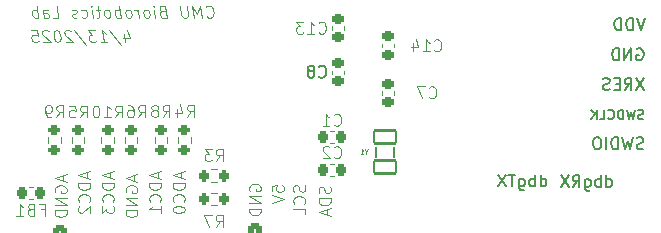
<source format=gbr>
%TF.GenerationSoftware,KiCad,Pcbnew,9.0.1*%
%TF.CreationDate,2025-04-15T21:25:17-04:00*%
%TF.ProjectId,psocpcb,70736f63-7063-4622-9e6b-696361645f70,rev?*%
%TF.SameCoordinates,Original*%
%TF.FileFunction,Legend,Bot*%
%TF.FilePolarity,Positive*%
%FSLAX46Y46*%
G04 Gerber Fmt 4.6, Leading zero omitted, Abs format (unit mm)*
G04 Created by KiCad (PCBNEW 9.0.1) date 2025-04-15 21:25:17*
%MOMM*%
%LPD*%
G01*
G04 APERTURE LIST*
G04 Aperture macros list*
%AMRoundRect*
0 Rectangle with rounded corners*
0 $1 Rounding radius*
0 $2 $3 $4 $5 $6 $7 $8 $9 X,Y pos of 4 corners*
0 Add a 4 corners polygon primitive as box body*
4,1,4,$2,$3,$4,$5,$6,$7,$8,$9,$2,$3,0*
0 Add four circle primitives for the rounded corners*
1,1,$1+$1,$2,$3*
1,1,$1+$1,$4,$5*
1,1,$1+$1,$6,$7*
1,1,$1+$1,$8,$9*
0 Add four rect primitives between the rounded corners*
20,1,$1+$1,$2,$3,$4,$5,0*
20,1,$1+$1,$4,$5,$6,$7,0*
20,1,$1+$1,$6,$7,$8,$9,0*
20,1,$1+$1,$8,$9,$2,$3,0*%
G04 Aperture macros list end*
%ADD10C,0.200000*%
%ADD11C,0.100000*%
%ADD12C,0.125000*%
%ADD13C,0.049361*%
%ADD14C,0.150000*%
%ADD15C,0.120000*%
%ADD16C,0.127000*%
%ADD17RoundRect,0.250000X-0.350000X-0.625000X0.350000X-0.625000X0.350000X0.625000X-0.350000X0.625000X0*%
%ADD18O,1.200000X1.750000*%
%ADD19R,1.700000X1.700000*%
%ADD20C,1.700000*%
%ADD21C,2.750000*%
%ADD22RoundRect,0.102000X-0.754000X-0.754000X0.754000X-0.754000X0.754000X0.754000X-0.754000X0.754000X0*%
%ADD23C,1.712000*%
%ADD24RoundRect,0.200000X-0.275000X0.200000X-0.275000X-0.200000X0.275000X-0.200000X0.275000X0.200000X0*%
%ADD25RoundRect,0.102000X-0.950000X0.550000X-0.950000X-0.550000X0.950000X-0.550000X0.950000X0.550000X0*%
%ADD26RoundRect,0.200000X0.275000X-0.200000X0.275000X0.200000X-0.275000X0.200000X-0.275000X-0.200000X0*%
%ADD27RoundRect,0.225000X-0.250000X0.225000X-0.250000X-0.225000X0.250000X-0.225000X0.250000X0.225000X0*%
%ADD28RoundRect,0.200000X-0.200000X-0.275000X0.200000X-0.275000X0.200000X0.275000X-0.200000X0.275000X0*%
%ADD29RoundRect,0.218750X-0.218750X-0.256250X0.218750X-0.256250X0.218750X0.256250X-0.218750X0.256250X0*%
%ADD30RoundRect,0.225000X0.225000X0.250000X-0.225000X0.250000X-0.225000X-0.250000X0.225000X-0.250000X0*%
%ADD31RoundRect,0.200000X0.200000X0.275000X-0.200000X0.275000X-0.200000X-0.275000X0.200000X-0.275000X0*%
G04 APERTURE END LIST*
D10*
X131806517Y-58289838D02*
X131901755Y-58242219D01*
X131901755Y-58242219D02*
X132044612Y-58242219D01*
X132044612Y-58242219D02*
X132187469Y-58289838D01*
X132187469Y-58289838D02*
X132282707Y-58385076D01*
X132282707Y-58385076D02*
X132330326Y-58480314D01*
X132330326Y-58480314D02*
X132377945Y-58670790D01*
X132377945Y-58670790D02*
X132377945Y-58813647D01*
X132377945Y-58813647D02*
X132330326Y-59004123D01*
X132330326Y-59004123D02*
X132282707Y-59099361D01*
X132282707Y-59099361D02*
X132187469Y-59194600D01*
X132187469Y-59194600D02*
X132044612Y-59242219D01*
X132044612Y-59242219D02*
X131949374Y-59242219D01*
X131949374Y-59242219D02*
X131806517Y-59194600D01*
X131806517Y-59194600D02*
X131758898Y-59146980D01*
X131758898Y-59146980D02*
X131758898Y-58813647D01*
X131758898Y-58813647D02*
X131949374Y-58813647D01*
X131330326Y-59242219D02*
X131330326Y-58242219D01*
X131330326Y-58242219D02*
X130758898Y-59242219D01*
X130758898Y-59242219D02*
X130758898Y-58242219D01*
X130282707Y-59242219D02*
X130282707Y-58242219D01*
X130282707Y-58242219D02*
X130044612Y-58242219D01*
X130044612Y-58242219D02*
X129901755Y-58289838D01*
X129901755Y-58289838D02*
X129806517Y-58385076D01*
X129806517Y-58385076D02*
X129758898Y-58480314D01*
X129758898Y-58480314D02*
X129711279Y-58670790D01*
X129711279Y-58670790D02*
X129711279Y-58813647D01*
X129711279Y-58813647D02*
X129758898Y-59004123D01*
X129758898Y-59004123D02*
X129806517Y-59099361D01*
X129806517Y-59099361D02*
X129901755Y-59194600D01*
X129901755Y-59194600D02*
X130044612Y-59242219D01*
X130044612Y-59242219D02*
X130282707Y-59242219D01*
D11*
X88415163Y-57030752D02*
X88498496Y-57697419D01*
X88605639Y-56649800D02*
X88933020Y-57364085D01*
X88933020Y-57364085D02*
X88313972Y-57364085D01*
X87129449Y-56649800D02*
X88147306Y-57935514D01*
X86403258Y-57697419D02*
X86974687Y-57697419D01*
X86688972Y-57697419D02*
X86563972Y-56697419D01*
X86563972Y-56697419D02*
X86677068Y-56840276D01*
X86677068Y-56840276D02*
X86784211Y-56935514D01*
X86784211Y-56935514D02*
X86885401Y-56983133D01*
X85944925Y-56697419D02*
X85325877Y-56697419D01*
X85325877Y-56697419D02*
X85706830Y-57078371D01*
X85706830Y-57078371D02*
X85563972Y-57078371D01*
X85563972Y-57078371D02*
X85474687Y-57125990D01*
X85474687Y-57125990D02*
X85433020Y-57173609D01*
X85433020Y-57173609D02*
X85397306Y-57268847D01*
X85397306Y-57268847D02*
X85427068Y-57506942D01*
X85427068Y-57506942D02*
X85486591Y-57602180D01*
X85486591Y-57602180D02*
X85540163Y-57649800D01*
X85540163Y-57649800D02*
X85641353Y-57697419D01*
X85641353Y-57697419D02*
X85927068Y-57697419D01*
X85927068Y-57697419D02*
X86016353Y-57649800D01*
X86016353Y-57649800D02*
X86058020Y-57602180D01*
X84177068Y-56649800D02*
X85194925Y-57935514D01*
X83909210Y-56792657D02*
X83855639Y-56745038D01*
X83855639Y-56745038D02*
X83754449Y-56697419D01*
X83754449Y-56697419D02*
X83516353Y-56697419D01*
X83516353Y-56697419D02*
X83427068Y-56745038D01*
X83427068Y-56745038D02*
X83385401Y-56792657D01*
X83385401Y-56792657D02*
X83349687Y-56887895D01*
X83349687Y-56887895D02*
X83361591Y-56983133D01*
X83361591Y-56983133D02*
X83427068Y-57125990D01*
X83427068Y-57125990D02*
X84069925Y-57697419D01*
X84069925Y-57697419D02*
X83450877Y-57697419D01*
X82706829Y-56697419D02*
X82611591Y-56697419D01*
X82611591Y-56697419D02*
X82522306Y-56745038D01*
X82522306Y-56745038D02*
X82480639Y-56792657D01*
X82480639Y-56792657D02*
X82444925Y-56887895D01*
X82444925Y-56887895D02*
X82421115Y-57078371D01*
X82421115Y-57078371D02*
X82450877Y-57316466D01*
X82450877Y-57316466D02*
X82522306Y-57506942D01*
X82522306Y-57506942D02*
X82581829Y-57602180D01*
X82581829Y-57602180D02*
X82635401Y-57649800D01*
X82635401Y-57649800D02*
X82736591Y-57697419D01*
X82736591Y-57697419D02*
X82831829Y-57697419D01*
X82831829Y-57697419D02*
X82921115Y-57649800D01*
X82921115Y-57649800D02*
X82962782Y-57602180D01*
X82962782Y-57602180D02*
X82998496Y-57506942D01*
X82998496Y-57506942D02*
X83022306Y-57316466D01*
X83022306Y-57316466D02*
X82992544Y-57078371D01*
X82992544Y-57078371D02*
X82921115Y-56887895D01*
X82921115Y-56887895D02*
X82861591Y-56792657D01*
X82861591Y-56792657D02*
X82808020Y-56745038D01*
X82808020Y-56745038D02*
X82706829Y-56697419D01*
X82004448Y-56792657D02*
X81950877Y-56745038D01*
X81950877Y-56745038D02*
X81849687Y-56697419D01*
X81849687Y-56697419D02*
X81611591Y-56697419D01*
X81611591Y-56697419D02*
X81522306Y-56745038D01*
X81522306Y-56745038D02*
X81480639Y-56792657D01*
X81480639Y-56792657D02*
X81444925Y-56887895D01*
X81444925Y-56887895D02*
X81456829Y-56983133D01*
X81456829Y-56983133D02*
X81522306Y-57125990D01*
X81522306Y-57125990D02*
X82165163Y-57697419D01*
X82165163Y-57697419D02*
X81546115Y-57697419D01*
X80516353Y-56697419D02*
X80992544Y-56697419D01*
X80992544Y-56697419D02*
X81099687Y-57173609D01*
X81099687Y-57173609D02*
X81046115Y-57125990D01*
X81046115Y-57125990D02*
X80944925Y-57078371D01*
X80944925Y-57078371D02*
X80706829Y-57078371D01*
X80706829Y-57078371D02*
X80617544Y-57125990D01*
X80617544Y-57125990D02*
X80575877Y-57173609D01*
X80575877Y-57173609D02*
X80540163Y-57268847D01*
X80540163Y-57268847D02*
X80569925Y-57506942D01*
X80569925Y-57506942D02*
X80629448Y-57602180D01*
X80629448Y-57602180D02*
X80683020Y-57649800D01*
X80683020Y-57649800D02*
X80784210Y-57697419D01*
X80784210Y-57697419D02*
X81022306Y-57697419D01*
X81022306Y-57697419D02*
X81111591Y-57649800D01*
X81111591Y-57649800D02*
X81153258Y-57602180D01*
X95393734Y-55527180D02*
X95447306Y-55574800D01*
X95447306Y-55574800D02*
X95596115Y-55622419D01*
X95596115Y-55622419D02*
X95691353Y-55622419D01*
X95691353Y-55622419D02*
X95828258Y-55574800D01*
X95828258Y-55574800D02*
X95911591Y-55479561D01*
X95911591Y-55479561D02*
X95947306Y-55384323D01*
X95947306Y-55384323D02*
X95971115Y-55193847D01*
X95971115Y-55193847D02*
X95953258Y-55050990D01*
X95953258Y-55050990D02*
X95881830Y-54860514D01*
X95881830Y-54860514D02*
X95822306Y-54765276D01*
X95822306Y-54765276D02*
X95715163Y-54670038D01*
X95715163Y-54670038D02*
X95566353Y-54622419D01*
X95566353Y-54622419D02*
X95471115Y-54622419D01*
X95471115Y-54622419D02*
X95334211Y-54670038D01*
X95334211Y-54670038D02*
X95292544Y-54717657D01*
X94977068Y-55622419D02*
X94852068Y-54622419D01*
X94852068Y-54622419D02*
X94608020Y-55336704D01*
X94608020Y-55336704D02*
X94185401Y-54622419D01*
X94185401Y-54622419D02*
X94310401Y-55622419D01*
X93709211Y-54622419D02*
X93810401Y-55431942D01*
X93810401Y-55431942D02*
X93774687Y-55527180D01*
X93774687Y-55527180D02*
X93733020Y-55574800D01*
X93733020Y-55574800D02*
X93643734Y-55622419D01*
X93643734Y-55622419D02*
X93453258Y-55622419D01*
X93453258Y-55622419D02*
X93352068Y-55574800D01*
X93352068Y-55574800D02*
X93298496Y-55527180D01*
X93298496Y-55527180D02*
X93238973Y-55431942D01*
X93238973Y-55431942D02*
X93137782Y-54622419D01*
X91625877Y-55098609D02*
X91488972Y-55146228D01*
X91488972Y-55146228D02*
X91447306Y-55193847D01*
X91447306Y-55193847D02*
X91411591Y-55289085D01*
X91411591Y-55289085D02*
X91429449Y-55431942D01*
X91429449Y-55431942D02*
X91488972Y-55527180D01*
X91488972Y-55527180D02*
X91542544Y-55574800D01*
X91542544Y-55574800D02*
X91643734Y-55622419D01*
X91643734Y-55622419D02*
X92024687Y-55622419D01*
X92024687Y-55622419D02*
X91899687Y-54622419D01*
X91899687Y-54622419D02*
X91566353Y-54622419D01*
X91566353Y-54622419D02*
X91477068Y-54670038D01*
X91477068Y-54670038D02*
X91435401Y-54717657D01*
X91435401Y-54717657D02*
X91399687Y-54812895D01*
X91399687Y-54812895D02*
X91411591Y-54908133D01*
X91411591Y-54908133D02*
X91471115Y-55003371D01*
X91471115Y-55003371D02*
X91524687Y-55050990D01*
X91524687Y-55050990D02*
X91625877Y-55098609D01*
X91625877Y-55098609D02*
X91959210Y-55098609D01*
X91024687Y-55622419D02*
X90941353Y-54955752D01*
X90899687Y-54622419D02*
X90953258Y-54670038D01*
X90953258Y-54670038D02*
X90911591Y-54717657D01*
X90911591Y-54717657D02*
X90858020Y-54670038D01*
X90858020Y-54670038D02*
X90899687Y-54622419D01*
X90899687Y-54622419D02*
X90911591Y-54717657D01*
X90405640Y-55622419D02*
X90494925Y-55574800D01*
X90494925Y-55574800D02*
X90536592Y-55527180D01*
X90536592Y-55527180D02*
X90572306Y-55431942D01*
X90572306Y-55431942D02*
X90536592Y-55146228D01*
X90536592Y-55146228D02*
X90477068Y-55050990D01*
X90477068Y-55050990D02*
X90423497Y-55003371D01*
X90423497Y-55003371D02*
X90322306Y-54955752D01*
X90322306Y-54955752D02*
X90179449Y-54955752D01*
X90179449Y-54955752D02*
X90090163Y-55003371D01*
X90090163Y-55003371D02*
X90048497Y-55050990D01*
X90048497Y-55050990D02*
X90012782Y-55146228D01*
X90012782Y-55146228D02*
X90048497Y-55431942D01*
X90048497Y-55431942D02*
X90108020Y-55527180D01*
X90108020Y-55527180D02*
X90161592Y-55574800D01*
X90161592Y-55574800D02*
X90262782Y-55622419D01*
X90262782Y-55622419D02*
X90405640Y-55622419D01*
X89643735Y-55622419D02*
X89560401Y-54955752D01*
X89584211Y-55146228D02*
X89524687Y-55050990D01*
X89524687Y-55050990D02*
X89471116Y-55003371D01*
X89471116Y-55003371D02*
X89369925Y-54955752D01*
X89369925Y-54955752D02*
X89274687Y-54955752D01*
X88881830Y-55622419D02*
X88971115Y-55574800D01*
X88971115Y-55574800D02*
X89012782Y-55527180D01*
X89012782Y-55527180D02*
X89048496Y-55431942D01*
X89048496Y-55431942D02*
X89012782Y-55146228D01*
X89012782Y-55146228D02*
X88953258Y-55050990D01*
X88953258Y-55050990D02*
X88899687Y-55003371D01*
X88899687Y-55003371D02*
X88798496Y-54955752D01*
X88798496Y-54955752D02*
X88655639Y-54955752D01*
X88655639Y-54955752D02*
X88566353Y-55003371D01*
X88566353Y-55003371D02*
X88524687Y-55050990D01*
X88524687Y-55050990D02*
X88488972Y-55146228D01*
X88488972Y-55146228D02*
X88524687Y-55431942D01*
X88524687Y-55431942D02*
X88584210Y-55527180D01*
X88584210Y-55527180D02*
X88637782Y-55574800D01*
X88637782Y-55574800D02*
X88738972Y-55622419D01*
X88738972Y-55622419D02*
X88881830Y-55622419D01*
X88119925Y-55622419D02*
X87994925Y-54622419D01*
X88042544Y-55003371D02*
X87941353Y-54955752D01*
X87941353Y-54955752D02*
X87750877Y-54955752D01*
X87750877Y-54955752D02*
X87661591Y-55003371D01*
X87661591Y-55003371D02*
X87619925Y-55050990D01*
X87619925Y-55050990D02*
X87584210Y-55146228D01*
X87584210Y-55146228D02*
X87619925Y-55431942D01*
X87619925Y-55431942D02*
X87679448Y-55527180D01*
X87679448Y-55527180D02*
X87733020Y-55574800D01*
X87733020Y-55574800D02*
X87834210Y-55622419D01*
X87834210Y-55622419D02*
X88024687Y-55622419D01*
X88024687Y-55622419D02*
X88113972Y-55574800D01*
X87072306Y-55622419D02*
X87161591Y-55574800D01*
X87161591Y-55574800D02*
X87203258Y-55527180D01*
X87203258Y-55527180D02*
X87238972Y-55431942D01*
X87238972Y-55431942D02*
X87203258Y-55146228D01*
X87203258Y-55146228D02*
X87143734Y-55050990D01*
X87143734Y-55050990D02*
X87090163Y-55003371D01*
X87090163Y-55003371D02*
X86988972Y-54955752D01*
X86988972Y-54955752D02*
X86846115Y-54955752D01*
X86846115Y-54955752D02*
X86756829Y-55003371D01*
X86756829Y-55003371D02*
X86715163Y-55050990D01*
X86715163Y-55050990D02*
X86679448Y-55146228D01*
X86679448Y-55146228D02*
X86715163Y-55431942D01*
X86715163Y-55431942D02*
X86774686Y-55527180D01*
X86774686Y-55527180D02*
X86828258Y-55574800D01*
X86828258Y-55574800D02*
X86929448Y-55622419D01*
X86929448Y-55622419D02*
X87072306Y-55622419D01*
X86369924Y-54955752D02*
X85988972Y-54955752D01*
X86185401Y-54622419D02*
X86292544Y-55479561D01*
X86292544Y-55479561D02*
X86256829Y-55574800D01*
X86256829Y-55574800D02*
X86167544Y-55622419D01*
X86167544Y-55622419D02*
X86072305Y-55622419D01*
X85738972Y-55622419D02*
X85655638Y-54955752D01*
X85613972Y-54622419D02*
X85667543Y-54670038D01*
X85667543Y-54670038D02*
X85625876Y-54717657D01*
X85625876Y-54717657D02*
X85572305Y-54670038D01*
X85572305Y-54670038D02*
X85613972Y-54622419D01*
X85613972Y-54622419D02*
X85625876Y-54717657D01*
X84828258Y-55574800D02*
X84929448Y-55622419D01*
X84929448Y-55622419D02*
X85119925Y-55622419D01*
X85119925Y-55622419D02*
X85209210Y-55574800D01*
X85209210Y-55574800D02*
X85250877Y-55527180D01*
X85250877Y-55527180D02*
X85286591Y-55431942D01*
X85286591Y-55431942D02*
X85250877Y-55146228D01*
X85250877Y-55146228D02*
X85191353Y-55050990D01*
X85191353Y-55050990D02*
X85137782Y-55003371D01*
X85137782Y-55003371D02*
X85036591Y-54955752D01*
X85036591Y-54955752D02*
X84846115Y-54955752D01*
X84846115Y-54955752D02*
X84756829Y-55003371D01*
X84447305Y-55574800D02*
X84358020Y-55622419D01*
X84358020Y-55622419D02*
X84167543Y-55622419D01*
X84167543Y-55622419D02*
X84066353Y-55574800D01*
X84066353Y-55574800D02*
X84006829Y-55479561D01*
X84006829Y-55479561D02*
X84000877Y-55431942D01*
X84000877Y-55431942D02*
X84036591Y-55336704D01*
X84036591Y-55336704D02*
X84125877Y-55289085D01*
X84125877Y-55289085D02*
X84268734Y-55289085D01*
X84268734Y-55289085D02*
X84358020Y-55241466D01*
X84358020Y-55241466D02*
X84393734Y-55146228D01*
X84393734Y-55146228D02*
X84387782Y-55098609D01*
X84387782Y-55098609D02*
X84328258Y-55003371D01*
X84328258Y-55003371D02*
X84227067Y-54955752D01*
X84227067Y-54955752D02*
X84084210Y-54955752D01*
X84084210Y-54955752D02*
X83994924Y-55003371D01*
X82358019Y-55622419D02*
X82834210Y-55622419D01*
X82834210Y-55622419D02*
X82709210Y-54622419D01*
X81596114Y-55622419D02*
X81530638Y-55098609D01*
X81530638Y-55098609D02*
X81566352Y-55003371D01*
X81566352Y-55003371D02*
X81655638Y-54955752D01*
X81655638Y-54955752D02*
X81846114Y-54955752D01*
X81846114Y-54955752D02*
X81947305Y-55003371D01*
X81590162Y-55574800D02*
X81691352Y-55622419D01*
X81691352Y-55622419D02*
X81929448Y-55622419D01*
X81929448Y-55622419D02*
X82018733Y-55574800D01*
X82018733Y-55574800D02*
X82054448Y-55479561D01*
X82054448Y-55479561D02*
X82042543Y-55384323D01*
X82042543Y-55384323D02*
X81983019Y-55289085D01*
X81983019Y-55289085D02*
X81881829Y-55241466D01*
X81881829Y-55241466D02*
X81643733Y-55241466D01*
X81643733Y-55241466D02*
X81542543Y-55193847D01*
X81119924Y-55622419D02*
X80994924Y-54622419D01*
X81042543Y-55003371D02*
X80941352Y-54955752D01*
X80941352Y-54955752D02*
X80750876Y-54955752D01*
X80750876Y-54955752D02*
X80661590Y-55003371D01*
X80661590Y-55003371D02*
X80619924Y-55050990D01*
X80619924Y-55050990D02*
X80584209Y-55146228D01*
X80584209Y-55146228D02*
X80619924Y-55431942D01*
X80619924Y-55431942D02*
X80679447Y-55527180D01*
X80679447Y-55527180D02*
X80733019Y-55574800D01*
X80733019Y-55574800D02*
X80834209Y-55622419D01*
X80834209Y-55622419D02*
X81024686Y-55622419D01*
X81024686Y-55622419D02*
X81113971Y-55574800D01*
X83236704Y-68981265D02*
X83236704Y-69457455D01*
X83522419Y-68886027D02*
X82522419Y-69219360D01*
X82522419Y-69219360D02*
X83522419Y-69552693D01*
X82570038Y-70409836D02*
X82522419Y-70314598D01*
X82522419Y-70314598D02*
X82522419Y-70171741D01*
X82522419Y-70171741D02*
X82570038Y-70028884D01*
X82570038Y-70028884D02*
X82665276Y-69933646D01*
X82665276Y-69933646D02*
X82760514Y-69886027D01*
X82760514Y-69886027D02*
X82950990Y-69838408D01*
X82950990Y-69838408D02*
X83093847Y-69838408D01*
X83093847Y-69838408D02*
X83284323Y-69886027D01*
X83284323Y-69886027D02*
X83379561Y-69933646D01*
X83379561Y-69933646D02*
X83474800Y-70028884D01*
X83474800Y-70028884D02*
X83522419Y-70171741D01*
X83522419Y-70171741D02*
X83522419Y-70266979D01*
X83522419Y-70266979D02*
X83474800Y-70409836D01*
X83474800Y-70409836D02*
X83427180Y-70457455D01*
X83427180Y-70457455D02*
X83093847Y-70457455D01*
X83093847Y-70457455D02*
X83093847Y-70266979D01*
X83522419Y-70886027D02*
X82522419Y-70886027D01*
X82522419Y-70886027D02*
X83522419Y-71457455D01*
X83522419Y-71457455D02*
X82522419Y-71457455D01*
X83522419Y-71933646D02*
X82522419Y-71933646D01*
X82522419Y-71933646D02*
X82522419Y-72171741D01*
X82522419Y-72171741D02*
X82570038Y-72314598D01*
X82570038Y-72314598D02*
X82665276Y-72409836D01*
X82665276Y-72409836D02*
X82760514Y-72457455D01*
X82760514Y-72457455D02*
X82950990Y-72505074D01*
X82950990Y-72505074D02*
X83093847Y-72505074D01*
X83093847Y-72505074D02*
X83284323Y-72457455D01*
X83284323Y-72457455D02*
X83379561Y-72409836D01*
X83379561Y-72409836D02*
X83474800Y-72314598D01*
X83474800Y-72314598D02*
X83522419Y-72171741D01*
X83522419Y-72171741D02*
X83522419Y-71933646D01*
D10*
X132400564Y-60742219D02*
X131733898Y-61742219D01*
X131733898Y-60742219D02*
X132400564Y-61742219D01*
X130781517Y-61742219D02*
X131114850Y-61266028D01*
X131352945Y-61742219D02*
X131352945Y-60742219D01*
X131352945Y-60742219D02*
X130971993Y-60742219D01*
X130971993Y-60742219D02*
X130876755Y-60789838D01*
X130876755Y-60789838D02*
X130829136Y-60837457D01*
X130829136Y-60837457D02*
X130781517Y-60932695D01*
X130781517Y-60932695D02*
X130781517Y-61075552D01*
X130781517Y-61075552D02*
X130829136Y-61170790D01*
X130829136Y-61170790D02*
X130876755Y-61218409D01*
X130876755Y-61218409D02*
X130971993Y-61266028D01*
X130971993Y-61266028D02*
X131352945Y-61266028D01*
X130352945Y-61218409D02*
X130019612Y-61218409D01*
X129876755Y-61742219D02*
X130352945Y-61742219D01*
X130352945Y-61742219D02*
X130352945Y-60742219D01*
X130352945Y-60742219D02*
X129876755Y-60742219D01*
X129495802Y-61694600D02*
X129352945Y-61742219D01*
X129352945Y-61742219D02*
X129114850Y-61742219D01*
X129114850Y-61742219D02*
X129019612Y-61694600D01*
X129019612Y-61694600D02*
X128971993Y-61646980D01*
X128971993Y-61646980D02*
X128924374Y-61551742D01*
X128924374Y-61551742D02*
X128924374Y-61456504D01*
X128924374Y-61456504D02*
X128971993Y-61361266D01*
X128971993Y-61361266D02*
X129019612Y-61313647D01*
X129019612Y-61313647D02*
X129114850Y-61266028D01*
X129114850Y-61266028D02*
X129305326Y-61218409D01*
X129305326Y-61218409D02*
X129400564Y-61170790D01*
X129400564Y-61170790D02*
X129448183Y-61123171D01*
X129448183Y-61123171D02*
X129495802Y-61027933D01*
X129495802Y-61027933D02*
X129495802Y-60932695D01*
X129495802Y-60932695D02*
X129448183Y-60837457D01*
X129448183Y-60837457D02*
X129400564Y-60789838D01*
X129400564Y-60789838D02*
X129305326Y-60742219D01*
X129305326Y-60742219D02*
X129067231Y-60742219D01*
X129067231Y-60742219D02*
X128924374Y-60789838D01*
D11*
X103674800Y-69806265D02*
X103722419Y-69949122D01*
X103722419Y-69949122D02*
X103722419Y-70187217D01*
X103722419Y-70187217D02*
X103674800Y-70282455D01*
X103674800Y-70282455D02*
X103627180Y-70330074D01*
X103627180Y-70330074D02*
X103531942Y-70377693D01*
X103531942Y-70377693D02*
X103436704Y-70377693D01*
X103436704Y-70377693D02*
X103341466Y-70330074D01*
X103341466Y-70330074D02*
X103293847Y-70282455D01*
X103293847Y-70282455D02*
X103246228Y-70187217D01*
X103246228Y-70187217D02*
X103198609Y-69996741D01*
X103198609Y-69996741D02*
X103150990Y-69901503D01*
X103150990Y-69901503D02*
X103103371Y-69853884D01*
X103103371Y-69853884D02*
X103008133Y-69806265D01*
X103008133Y-69806265D02*
X102912895Y-69806265D01*
X102912895Y-69806265D02*
X102817657Y-69853884D01*
X102817657Y-69853884D02*
X102770038Y-69901503D01*
X102770038Y-69901503D02*
X102722419Y-69996741D01*
X102722419Y-69996741D02*
X102722419Y-70234836D01*
X102722419Y-70234836D02*
X102770038Y-70377693D01*
X103627180Y-71377693D02*
X103674800Y-71330074D01*
X103674800Y-71330074D02*
X103722419Y-71187217D01*
X103722419Y-71187217D02*
X103722419Y-71091979D01*
X103722419Y-71091979D02*
X103674800Y-70949122D01*
X103674800Y-70949122D02*
X103579561Y-70853884D01*
X103579561Y-70853884D02*
X103484323Y-70806265D01*
X103484323Y-70806265D02*
X103293847Y-70758646D01*
X103293847Y-70758646D02*
X103150990Y-70758646D01*
X103150990Y-70758646D02*
X102960514Y-70806265D01*
X102960514Y-70806265D02*
X102865276Y-70853884D01*
X102865276Y-70853884D02*
X102770038Y-70949122D01*
X102770038Y-70949122D02*
X102722419Y-71091979D01*
X102722419Y-71091979D02*
X102722419Y-71187217D01*
X102722419Y-71187217D02*
X102770038Y-71330074D01*
X102770038Y-71330074D02*
X102817657Y-71377693D01*
X103722419Y-72282455D02*
X103722419Y-71806265D01*
X103722419Y-71806265D02*
X102722419Y-71806265D01*
D10*
X129226755Y-69967219D02*
X129226755Y-68967219D01*
X129226755Y-69919600D02*
X129321993Y-69967219D01*
X129321993Y-69967219D02*
X129512469Y-69967219D01*
X129512469Y-69967219D02*
X129607707Y-69919600D01*
X129607707Y-69919600D02*
X129655326Y-69871980D01*
X129655326Y-69871980D02*
X129702945Y-69776742D01*
X129702945Y-69776742D02*
X129702945Y-69491028D01*
X129702945Y-69491028D02*
X129655326Y-69395790D01*
X129655326Y-69395790D02*
X129607707Y-69348171D01*
X129607707Y-69348171D02*
X129512469Y-69300552D01*
X129512469Y-69300552D02*
X129321993Y-69300552D01*
X129321993Y-69300552D02*
X129226755Y-69348171D01*
X128750564Y-69967219D02*
X128750564Y-68967219D01*
X128750564Y-69348171D02*
X128655326Y-69300552D01*
X128655326Y-69300552D02*
X128464850Y-69300552D01*
X128464850Y-69300552D02*
X128369612Y-69348171D01*
X128369612Y-69348171D02*
X128321993Y-69395790D01*
X128321993Y-69395790D02*
X128274374Y-69491028D01*
X128274374Y-69491028D02*
X128274374Y-69776742D01*
X128274374Y-69776742D02*
X128321993Y-69871980D01*
X128321993Y-69871980D02*
X128369612Y-69919600D01*
X128369612Y-69919600D02*
X128464850Y-69967219D01*
X128464850Y-69967219D02*
X128655326Y-69967219D01*
X128655326Y-69967219D02*
X128750564Y-69919600D01*
X127417231Y-69300552D02*
X127417231Y-70110076D01*
X127417231Y-70110076D02*
X127464850Y-70205314D01*
X127464850Y-70205314D02*
X127512469Y-70252933D01*
X127512469Y-70252933D02*
X127607707Y-70300552D01*
X127607707Y-70300552D02*
X127750564Y-70300552D01*
X127750564Y-70300552D02*
X127845802Y-70252933D01*
X127417231Y-69919600D02*
X127512469Y-69967219D01*
X127512469Y-69967219D02*
X127702945Y-69967219D01*
X127702945Y-69967219D02*
X127798183Y-69919600D01*
X127798183Y-69919600D02*
X127845802Y-69871980D01*
X127845802Y-69871980D02*
X127893421Y-69776742D01*
X127893421Y-69776742D02*
X127893421Y-69491028D01*
X127893421Y-69491028D02*
X127845802Y-69395790D01*
X127845802Y-69395790D02*
X127798183Y-69348171D01*
X127798183Y-69348171D02*
X127702945Y-69300552D01*
X127702945Y-69300552D02*
X127512469Y-69300552D01*
X127512469Y-69300552D02*
X127417231Y-69348171D01*
X126369612Y-69967219D02*
X126702945Y-69491028D01*
X126941040Y-69967219D02*
X126941040Y-68967219D01*
X126941040Y-68967219D02*
X126560088Y-68967219D01*
X126560088Y-68967219D02*
X126464850Y-69014838D01*
X126464850Y-69014838D02*
X126417231Y-69062457D01*
X126417231Y-69062457D02*
X126369612Y-69157695D01*
X126369612Y-69157695D02*
X126369612Y-69300552D01*
X126369612Y-69300552D02*
X126417231Y-69395790D01*
X126417231Y-69395790D02*
X126464850Y-69443409D01*
X126464850Y-69443409D02*
X126560088Y-69491028D01*
X126560088Y-69491028D02*
X126941040Y-69491028D01*
X126036278Y-68967219D02*
X125369612Y-69967219D01*
X125369612Y-68967219D02*
X126036278Y-69967219D01*
D11*
X99020038Y-70277693D02*
X98972419Y-70182455D01*
X98972419Y-70182455D02*
X98972419Y-70039598D01*
X98972419Y-70039598D02*
X99020038Y-69896741D01*
X99020038Y-69896741D02*
X99115276Y-69801503D01*
X99115276Y-69801503D02*
X99210514Y-69753884D01*
X99210514Y-69753884D02*
X99400990Y-69706265D01*
X99400990Y-69706265D02*
X99543847Y-69706265D01*
X99543847Y-69706265D02*
X99734323Y-69753884D01*
X99734323Y-69753884D02*
X99829561Y-69801503D01*
X99829561Y-69801503D02*
X99924800Y-69896741D01*
X99924800Y-69896741D02*
X99972419Y-70039598D01*
X99972419Y-70039598D02*
X99972419Y-70134836D01*
X99972419Y-70134836D02*
X99924800Y-70277693D01*
X99924800Y-70277693D02*
X99877180Y-70325312D01*
X99877180Y-70325312D02*
X99543847Y-70325312D01*
X99543847Y-70325312D02*
X99543847Y-70134836D01*
X99972419Y-70753884D02*
X98972419Y-70753884D01*
X98972419Y-70753884D02*
X99972419Y-71325312D01*
X99972419Y-71325312D02*
X98972419Y-71325312D01*
X99972419Y-71801503D02*
X98972419Y-71801503D01*
X98972419Y-71801503D02*
X98972419Y-72039598D01*
X98972419Y-72039598D02*
X99020038Y-72182455D01*
X99020038Y-72182455D02*
X99115276Y-72277693D01*
X99115276Y-72277693D02*
X99210514Y-72325312D01*
X99210514Y-72325312D02*
X99400990Y-72372931D01*
X99400990Y-72372931D02*
X99543847Y-72372931D01*
X99543847Y-72372931D02*
X99734323Y-72325312D01*
X99734323Y-72325312D02*
X99829561Y-72277693D01*
X99829561Y-72277693D02*
X99924800Y-72182455D01*
X99924800Y-72182455D02*
X99972419Y-72039598D01*
X99972419Y-72039598D02*
X99972419Y-71801503D01*
D10*
X132352945Y-66719600D02*
X132210088Y-66767219D01*
X132210088Y-66767219D02*
X131971993Y-66767219D01*
X131971993Y-66767219D02*
X131876755Y-66719600D01*
X131876755Y-66719600D02*
X131829136Y-66671980D01*
X131829136Y-66671980D02*
X131781517Y-66576742D01*
X131781517Y-66576742D02*
X131781517Y-66481504D01*
X131781517Y-66481504D02*
X131829136Y-66386266D01*
X131829136Y-66386266D02*
X131876755Y-66338647D01*
X131876755Y-66338647D02*
X131971993Y-66291028D01*
X131971993Y-66291028D02*
X132162469Y-66243409D01*
X132162469Y-66243409D02*
X132257707Y-66195790D01*
X132257707Y-66195790D02*
X132305326Y-66148171D01*
X132305326Y-66148171D02*
X132352945Y-66052933D01*
X132352945Y-66052933D02*
X132352945Y-65957695D01*
X132352945Y-65957695D02*
X132305326Y-65862457D01*
X132305326Y-65862457D02*
X132257707Y-65814838D01*
X132257707Y-65814838D02*
X132162469Y-65767219D01*
X132162469Y-65767219D02*
X131924374Y-65767219D01*
X131924374Y-65767219D02*
X131781517Y-65814838D01*
X131448183Y-65767219D02*
X131210088Y-66767219D01*
X131210088Y-66767219D02*
X131019612Y-66052933D01*
X131019612Y-66052933D02*
X130829136Y-66767219D01*
X130829136Y-66767219D02*
X130591041Y-65767219D01*
X130210088Y-66767219D02*
X130210088Y-65767219D01*
X130210088Y-65767219D02*
X129971993Y-65767219D01*
X129971993Y-65767219D02*
X129829136Y-65814838D01*
X129829136Y-65814838D02*
X129733898Y-65910076D01*
X129733898Y-65910076D02*
X129686279Y-66005314D01*
X129686279Y-66005314D02*
X129638660Y-66195790D01*
X129638660Y-66195790D02*
X129638660Y-66338647D01*
X129638660Y-66338647D02*
X129686279Y-66529123D01*
X129686279Y-66529123D02*
X129733898Y-66624361D01*
X129733898Y-66624361D02*
X129829136Y-66719600D01*
X129829136Y-66719600D02*
X129971993Y-66767219D01*
X129971993Y-66767219D02*
X130210088Y-66767219D01*
X129210088Y-66767219D02*
X129210088Y-65767219D01*
X128543422Y-65767219D02*
X128352946Y-65767219D01*
X128352946Y-65767219D02*
X128257708Y-65814838D01*
X128257708Y-65814838D02*
X128162470Y-65910076D01*
X128162470Y-65910076D02*
X128114851Y-66100552D01*
X128114851Y-66100552D02*
X128114851Y-66433885D01*
X128114851Y-66433885D02*
X128162470Y-66624361D01*
X128162470Y-66624361D02*
X128257708Y-66719600D01*
X128257708Y-66719600D02*
X128352946Y-66767219D01*
X128352946Y-66767219D02*
X128543422Y-66767219D01*
X128543422Y-66767219D02*
X128638660Y-66719600D01*
X128638660Y-66719600D02*
X128733898Y-66624361D01*
X128733898Y-66624361D02*
X128781517Y-66433885D01*
X128781517Y-66433885D02*
X128781517Y-66100552D01*
X128781517Y-66100552D02*
X128733898Y-65910076D01*
X128733898Y-65910076D02*
X128638660Y-65814838D01*
X128638660Y-65814838D02*
X128543422Y-65767219D01*
D11*
X91236704Y-68731265D02*
X91236704Y-69207455D01*
X91522419Y-68636027D02*
X90522419Y-68969360D01*
X90522419Y-68969360D02*
X91522419Y-69302693D01*
X91522419Y-69636027D02*
X90522419Y-69636027D01*
X90522419Y-69636027D02*
X90522419Y-69874122D01*
X90522419Y-69874122D02*
X90570038Y-70016979D01*
X90570038Y-70016979D02*
X90665276Y-70112217D01*
X90665276Y-70112217D02*
X90760514Y-70159836D01*
X90760514Y-70159836D02*
X90950990Y-70207455D01*
X90950990Y-70207455D02*
X91093847Y-70207455D01*
X91093847Y-70207455D02*
X91284323Y-70159836D01*
X91284323Y-70159836D02*
X91379561Y-70112217D01*
X91379561Y-70112217D02*
X91474800Y-70016979D01*
X91474800Y-70016979D02*
X91522419Y-69874122D01*
X91522419Y-69874122D02*
X91522419Y-69636027D01*
X91427180Y-71207455D02*
X91474800Y-71159836D01*
X91474800Y-71159836D02*
X91522419Y-71016979D01*
X91522419Y-71016979D02*
X91522419Y-70921741D01*
X91522419Y-70921741D02*
X91474800Y-70778884D01*
X91474800Y-70778884D02*
X91379561Y-70683646D01*
X91379561Y-70683646D02*
X91284323Y-70636027D01*
X91284323Y-70636027D02*
X91093847Y-70588408D01*
X91093847Y-70588408D02*
X90950990Y-70588408D01*
X90950990Y-70588408D02*
X90760514Y-70636027D01*
X90760514Y-70636027D02*
X90665276Y-70683646D01*
X90665276Y-70683646D02*
X90570038Y-70778884D01*
X90570038Y-70778884D02*
X90522419Y-70921741D01*
X90522419Y-70921741D02*
X90522419Y-71016979D01*
X90522419Y-71016979D02*
X90570038Y-71159836D01*
X90570038Y-71159836D02*
X90617657Y-71207455D01*
X91522419Y-72159836D02*
X91522419Y-71588408D01*
X91522419Y-71874122D02*
X90522419Y-71874122D01*
X90522419Y-71874122D02*
X90665276Y-71778884D01*
X90665276Y-71778884D02*
X90760514Y-71683646D01*
X90760514Y-71683646D02*
X90808133Y-71588408D01*
X105824800Y-69931265D02*
X105872419Y-70074122D01*
X105872419Y-70074122D02*
X105872419Y-70312217D01*
X105872419Y-70312217D02*
X105824800Y-70407455D01*
X105824800Y-70407455D02*
X105777180Y-70455074D01*
X105777180Y-70455074D02*
X105681942Y-70502693D01*
X105681942Y-70502693D02*
X105586704Y-70502693D01*
X105586704Y-70502693D02*
X105491466Y-70455074D01*
X105491466Y-70455074D02*
X105443847Y-70407455D01*
X105443847Y-70407455D02*
X105396228Y-70312217D01*
X105396228Y-70312217D02*
X105348609Y-70121741D01*
X105348609Y-70121741D02*
X105300990Y-70026503D01*
X105300990Y-70026503D02*
X105253371Y-69978884D01*
X105253371Y-69978884D02*
X105158133Y-69931265D01*
X105158133Y-69931265D02*
X105062895Y-69931265D01*
X105062895Y-69931265D02*
X104967657Y-69978884D01*
X104967657Y-69978884D02*
X104920038Y-70026503D01*
X104920038Y-70026503D02*
X104872419Y-70121741D01*
X104872419Y-70121741D02*
X104872419Y-70359836D01*
X104872419Y-70359836D02*
X104920038Y-70502693D01*
X105872419Y-70931265D02*
X104872419Y-70931265D01*
X104872419Y-70931265D02*
X104872419Y-71169360D01*
X104872419Y-71169360D02*
X104920038Y-71312217D01*
X104920038Y-71312217D02*
X105015276Y-71407455D01*
X105015276Y-71407455D02*
X105110514Y-71455074D01*
X105110514Y-71455074D02*
X105300990Y-71502693D01*
X105300990Y-71502693D02*
X105443847Y-71502693D01*
X105443847Y-71502693D02*
X105634323Y-71455074D01*
X105634323Y-71455074D02*
X105729561Y-71407455D01*
X105729561Y-71407455D02*
X105824800Y-71312217D01*
X105824800Y-71312217D02*
X105872419Y-71169360D01*
X105872419Y-71169360D02*
X105872419Y-70931265D01*
X105586704Y-71883646D02*
X105586704Y-72359836D01*
X105872419Y-71788408D02*
X104872419Y-72121741D01*
X104872419Y-72121741D02*
X105872419Y-72455074D01*
X85236704Y-68731265D02*
X85236704Y-69207455D01*
X85522419Y-68636027D02*
X84522419Y-68969360D01*
X84522419Y-68969360D02*
X85522419Y-69302693D01*
X85522419Y-69636027D02*
X84522419Y-69636027D01*
X84522419Y-69636027D02*
X84522419Y-69874122D01*
X84522419Y-69874122D02*
X84570038Y-70016979D01*
X84570038Y-70016979D02*
X84665276Y-70112217D01*
X84665276Y-70112217D02*
X84760514Y-70159836D01*
X84760514Y-70159836D02*
X84950990Y-70207455D01*
X84950990Y-70207455D02*
X85093847Y-70207455D01*
X85093847Y-70207455D02*
X85284323Y-70159836D01*
X85284323Y-70159836D02*
X85379561Y-70112217D01*
X85379561Y-70112217D02*
X85474800Y-70016979D01*
X85474800Y-70016979D02*
X85522419Y-69874122D01*
X85522419Y-69874122D02*
X85522419Y-69636027D01*
X85427180Y-71207455D02*
X85474800Y-71159836D01*
X85474800Y-71159836D02*
X85522419Y-71016979D01*
X85522419Y-71016979D02*
X85522419Y-70921741D01*
X85522419Y-70921741D02*
X85474800Y-70778884D01*
X85474800Y-70778884D02*
X85379561Y-70683646D01*
X85379561Y-70683646D02*
X85284323Y-70636027D01*
X85284323Y-70636027D02*
X85093847Y-70588408D01*
X85093847Y-70588408D02*
X84950990Y-70588408D01*
X84950990Y-70588408D02*
X84760514Y-70636027D01*
X84760514Y-70636027D02*
X84665276Y-70683646D01*
X84665276Y-70683646D02*
X84570038Y-70778884D01*
X84570038Y-70778884D02*
X84522419Y-70921741D01*
X84522419Y-70921741D02*
X84522419Y-71016979D01*
X84522419Y-71016979D02*
X84570038Y-71159836D01*
X84570038Y-71159836D02*
X84617657Y-71207455D01*
X84617657Y-71588408D02*
X84570038Y-71636027D01*
X84570038Y-71636027D02*
X84522419Y-71731265D01*
X84522419Y-71731265D02*
X84522419Y-71969360D01*
X84522419Y-71969360D02*
X84570038Y-72064598D01*
X84570038Y-72064598D02*
X84617657Y-72112217D01*
X84617657Y-72112217D02*
X84712895Y-72159836D01*
X84712895Y-72159836D02*
X84808133Y-72159836D01*
X84808133Y-72159836D02*
X84950990Y-72112217D01*
X84950990Y-72112217D02*
X85522419Y-71540789D01*
X85522419Y-71540789D02*
X85522419Y-72159836D01*
X93236704Y-68731265D02*
X93236704Y-69207455D01*
X93522419Y-68636027D02*
X92522419Y-68969360D01*
X92522419Y-68969360D02*
X93522419Y-69302693D01*
X93522419Y-69636027D02*
X92522419Y-69636027D01*
X92522419Y-69636027D02*
X92522419Y-69874122D01*
X92522419Y-69874122D02*
X92570038Y-70016979D01*
X92570038Y-70016979D02*
X92665276Y-70112217D01*
X92665276Y-70112217D02*
X92760514Y-70159836D01*
X92760514Y-70159836D02*
X92950990Y-70207455D01*
X92950990Y-70207455D02*
X93093847Y-70207455D01*
X93093847Y-70207455D02*
X93284323Y-70159836D01*
X93284323Y-70159836D02*
X93379561Y-70112217D01*
X93379561Y-70112217D02*
X93474800Y-70016979D01*
X93474800Y-70016979D02*
X93522419Y-69874122D01*
X93522419Y-69874122D02*
X93522419Y-69636027D01*
X93427180Y-71207455D02*
X93474800Y-71159836D01*
X93474800Y-71159836D02*
X93522419Y-71016979D01*
X93522419Y-71016979D02*
X93522419Y-70921741D01*
X93522419Y-70921741D02*
X93474800Y-70778884D01*
X93474800Y-70778884D02*
X93379561Y-70683646D01*
X93379561Y-70683646D02*
X93284323Y-70636027D01*
X93284323Y-70636027D02*
X93093847Y-70588408D01*
X93093847Y-70588408D02*
X92950990Y-70588408D01*
X92950990Y-70588408D02*
X92760514Y-70636027D01*
X92760514Y-70636027D02*
X92665276Y-70683646D01*
X92665276Y-70683646D02*
X92570038Y-70778884D01*
X92570038Y-70778884D02*
X92522419Y-70921741D01*
X92522419Y-70921741D02*
X92522419Y-71016979D01*
X92522419Y-71016979D02*
X92570038Y-71159836D01*
X92570038Y-71159836D02*
X92617657Y-71207455D01*
X92522419Y-71826503D02*
X92522419Y-71921741D01*
X92522419Y-71921741D02*
X92570038Y-72016979D01*
X92570038Y-72016979D02*
X92617657Y-72064598D01*
X92617657Y-72064598D02*
X92712895Y-72112217D01*
X92712895Y-72112217D02*
X92903371Y-72159836D01*
X92903371Y-72159836D02*
X93141466Y-72159836D01*
X93141466Y-72159836D02*
X93331942Y-72112217D01*
X93331942Y-72112217D02*
X93427180Y-72064598D01*
X93427180Y-72064598D02*
X93474800Y-72016979D01*
X93474800Y-72016979D02*
X93522419Y-71921741D01*
X93522419Y-71921741D02*
X93522419Y-71826503D01*
X93522419Y-71826503D02*
X93474800Y-71731265D01*
X93474800Y-71731265D02*
X93427180Y-71683646D01*
X93427180Y-71683646D02*
X93331942Y-71636027D01*
X93331942Y-71636027D02*
X93141466Y-71588408D01*
X93141466Y-71588408D02*
X92903371Y-71588408D01*
X92903371Y-71588408D02*
X92712895Y-71636027D01*
X92712895Y-71636027D02*
X92617657Y-71683646D01*
X92617657Y-71683646D02*
X92570038Y-71731265D01*
X92570038Y-71731265D02*
X92522419Y-71826503D01*
D10*
X132473183Y-55692219D02*
X132139850Y-56692219D01*
X132139850Y-56692219D02*
X131806517Y-55692219D01*
X131473183Y-56692219D02*
X131473183Y-55692219D01*
X131473183Y-55692219D02*
X131235088Y-55692219D01*
X131235088Y-55692219D02*
X131092231Y-55739838D01*
X131092231Y-55739838D02*
X130996993Y-55835076D01*
X130996993Y-55835076D02*
X130949374Y-55930314D01*
X130949374Y-55930314D02*
X130901755Y-56120790D01*
X130901755Y-56120790D02*
X130901755Y-56263647D01*
X130901755Y-56263647D02*
X130949374Y-56454123D01*
X130949374Y-56454123D02*
X130996993Y-56549361D01*
X130996993Y-56549361D02*
X131092231Y-56644600D01*
X131092231Y-56644600D02*
X131235088Y-56692219D01*
X131235088Y-56692219D02*
X131473183Y-56692219D01*
X130473183Y-56692219D02*
X130473183Y-55692219D01*
X130473183Y-55692219D02*
X130235088Y-55692219D01*
X130235088Y-55692219D02*
X130092231Y-55739838D01*
X130092231Y-55739838D02*
X129996993Y-55835076D01*
X129996993Y-55835076D02*
X129949374Y-55930314D01*
X129949374Y-55930314D02*
X129901755Y-56120790D01*
X129901755Y-56120790D02*
X129901755Y-56263647D01*
X129901755Y-56263647D02*
X129949374Y-56454123D01*
X129949374Y-56454123D02*
X129996993Y-56549361D01*
X129996993Y-56549361D02*
X130092231Y-56644600D01*
X130092231Y-56644600D02*
X130235088Y-56692219D01*
X130235088Y-56692219D02*
X130473183Y-56692219D01*
X123651755Y-69917219D02*
X123651755Y-68917219D01*
X123651755Y-69869600D02*
X123746993Y-69917219D01*
X123746993Y-69917219D02*
X123937469Y-69917219D01*
X123937469Y-69917219D02*
X124032707Y-69869600D01*
X124032707Y-69869600D02*
X124080326Y-69821980D01*
X124080326Y-69821980D02*
X124127945Y-69726742D01*
X124127945Y-69726742D02*
X124127945Y-69441028D01*
X124127945Y-69441028D02*
X124080326Y-69345790D01*
X124080326Y-69345790D02*
X124032707Y-69298171D01*
X124032707Y-69298171D02*
X123937469Y-69250552D01*
X123937469Y-69250552D02*
X123746993Y-69250552D01*
X123746993Y-69250552D02*
X123651755Y-69298171D01*
X123175564Y-69917219D02*
X123175564Y-68917219D01*
X123175564Y-69298171D02*
X123080326Y-69250552D01*
X123080326Y-69250552D02*
X122889850Y-69250552D01*
X122889850Y-69250552D02*
X122794612Y-69298171D01*
X122794612Y-69298171D02*
X122746993Y-69345790D01*
X122746993Y-69345790D02*
X122699374Y-69441028D01*
X122699374Y-69441028D02*
X122699374Y-69726742D01*
X122699374Y-69726742D02*
X122746993Y-69821980D01*
X122746993Y-69821980D02*
X122794612Y-69869600D01*
X122794612Y-69869600D02*
X122889850Y-69917219D01*
X122889850Y-69917219D02*
X123080326Y-69917219D01*
X123080326Y-69917219D02*
X123175564Y-69869600D01*
X121842231Y-69250552D02*
X121842231Y-70060076D01*
X121842231Y-70060076D02*
X121889850Y-70155314D01*
X121889850Y-70155314D02*
X121937469Y-70202933D01*
X121937469Y-70202933D02*
X122032707Y-70250552D01*
X122032707Y-70250552D02*
X122175564Y-70250552D01*
X122175564Y-70250552D02*
X122270802Y-70202933D01*
X121842231Y-69869600D02*
X121937469Y-69917219D01*
X121937469Y-69917219D02*
X122127945Y-69917219D01*
X122127945Y-69917219D02*
X122223183Y-69869600D01*
X122223183Y-69869600D02*
X122270802Y-69821980D01*
X122270802Y-69821980D02*
X122318421Y-69726742D01*
X122318421Y-69726742D02*
X122318421Y-69441028D01*
X122318421Y-69441028D02*
X122270802Y-69345790D01*
X122270802Y-69345790D02*
X122223183Y-69298171D01*
X122223183Y-69298171D02*
X122127945Y-69250552D01*
X122127945Y-69250552D02*
X121937469Y-69250552D01*
X121937469Y-69250552D02*
X121842231Y-69298171D01*
X121508897Y-68917219D02*
X120937469Y-68917219D01*
X121223183Y-69917219D02*
X121223183Y-68917219D01*
X120699373Y-68917219D02*
X120032707Y-69917219D01*
X120032707Y-68917219D02*
X120699373Y-69917219D01*
X132366041Y-64178600D02*
X132251755Y-64216695D01*
X132251755Y-64216695D02*
X132061279Y-64216695D01*
X132061279Y-64216695D02*
X131985088Y-64178600D01*
X131985088Y-64178600D02*
X131946993Y-64140504D01*
X131946993Y-64140504D02*
X131908898Y-64064314D01*
X131908898Y-64064314D02*
X131908898Y-63988123D01*
X131908898Y-63988123D02*
X131946993Y-63911933D01*
X131946993Y-63911933D02*
X131985088Y-63873838D01*
X131985088Y-63873838D02*
X132061279Y-63835742D01*
X132061279Y-63835742D02*
X132213660Y-63797647D01*
X132213660Y-63797647D02*
X132289850Y-63759552D01*
X132289850Y-63759552D02*
X132327945Y-63721457D01*
X132327945Y-63721457D02*
X132366041Y-63645266D01*
X132366041Y-63645266D02*
X132366041Y-63569076D01*
X132366041Y-63569076D02*
X132327945Y-63492885D01*
X132327945Y-63492885D02*
X132289850Y-63454790D01*
X132289850Y-63454790D02*
X132213660Y-63416695D01*
X132213660Y-63416695D02*
X132023183Y-63416695D01*
X132023183Y-63416695D02*
X131908898Y-63454790D01*
X131642231Y-63416695D02*
X131451755Y-64216695D01*
X131451755Y-64216695D02*
X131299374Y-63645266D01*
X131299374Y-63645266D02*
X131146993Y-64216695D01*
X131146993Y-64216695D02*
X130956517Y-63416695D01*
X130651754Y-64216695D02*
X130651754Y-63416695D01*
X130651754Y-63416695D02*
X130461278Y-63416695D01*
X130461278Y-63416695D02*
X130346992Y-63454790D01*
X130346992Y-63454790D02*
X130270802Y-63530980D01*
X130270802Y-63530980D02*
X130232707Y-63607171D01*
X130232707Y-63607171D02*
X130194611Y-63759552D01*
X130194611Y-63759552D02*
X130194611Y-63873838D01*
X130194611Y-63873838D02*
X130232707Y-64026219D01*
X130232707Y-64026219D02*
X130270802Y-64102409D01*
X130270802Y-64102409D02*
X130346992Y-64178600D01*
X130346992Y-64178600D02*
X130461278Y-64216695D01*
X130461278Y-64216695D02*
X130651754Y-64216695D01*
X129394611Y-64140504D02*
X129432707Y-64178600D01*
X129432707Y-64178600D02*
X129546992Y-64216695D01*
X129546992Y-64216695D02*
X129623183Y-64216695D01*
X129623183Y-64216695D02*
X129737469Y-64178600D01*
X129737469Y-64178600D02*
X129813659Y-64102409D01*
X129813659Y-64102409D02*
X129851754Y-64026219D01*
X129851754Y-64026219D02*
X129889850Y-63873838D01*
X129889850Y-63873838D02*
X129889850Y-63759552D01*
X129889850Y-63759552D02*
X129851754Y-63607171D01*
X129851754Y-63607171D02*
X129813659Y-63530980D01*
X129813659Y-63530980D02*
X129737469Y-63454790D01*
X129737469Y-63454790D02*
X129623183Y-63416695D01*
X129623183Y-63416695D02*
X129546992Y-63416695D01*
X129546992Y-63416695D02*
X129432707Y-63454790D01*
X129432707Y-63454790D02*
X129394611Y-63492885D01*
X128670802Y-64216695D02*
X129051754Y-64216695D01*
X129051754Y-64216695D02*
X129051754Y-63416695D01*
X128404135Y-64216695D02*
X128404135Y-63416695D01*
X127946992Y-64216695D02*
X128289850Y-63759552D01*
X127946992Y-63416695D02*
X128404135Y-63873838D01*
D11*
X100897419Y-70330074D02*
X100897419Y-69853884D01*
X100897419Y-69853884D02*
X101373609Y-69806265D01*
X101373609Y-69806265D02*
X101325990Y-69853884D01*
X101325990Y-69853884D02*
X101278371Y-69949122D01*
X101278371Y-69949122D02*
X101278371Y-70187217D01*
X101278371Y-70187217D02*
X101325990Y-70282455D01*
X101325990Y-70282455D02*
X101373609Y-70330074D01*
X101373609Y-70330074D02*
X101468847Y-70377693D01*
X101468847Y-70377693D02*
X101706942Y-70377693D01*
X101706942Y-70377693D02*
X101802180Y-70330074D01*
X101802180Y-70330074D02*
X101849800Y-70282455D01*
X101849800Y-70282455D02*
X101897419Y-70187217D01*
X101897419Y-70187217D02*
X101897419Y-69949122D01*
X101897419Y-69949122D02*
X101849800Y-69853884D01*
X101849800Y-69853884D02*
X101802180Y-69806265D01*
X100897419Y-70663408D02*
X101897419Y-70996741D01*
X101897419Y-70996741D02*
X100897419Y-71330074D01*
X87236704Y-68731265D02*
X87236704Y-69207455D01*
X87522419Y-68636027D02*
X86522419Y-68969360D01*
X86522419Y-68969360D02*
X87522419Y-69302693D01*
X87522419Y-69636027D02*
X86522419Y-69636027D01*
X86522419Y-69636027D02*
X86522419Y-69874122D01*
X86522419Y-69874122D02*
X86570038Y-70016979D01*
X86570038Y-70016979D02*
X86665276Y-70112217D01*
X86665276Y-70112217D02*
X86760514Y-70159836D01*
X86760514Y-70159836D02*
X86950990Y-70207455D01*
X86950990Y-70207455D02*
X87093847Y-70207455D01*
X87093847Y-70207455D02*
X87284323Y-70159836D01*
X87284323Y-70159836D02*
X87379561Y-70112217D01*
X87379561Y-70112217D02*
X87474800Y-70016979D01*
X87474800Y-70016979D02*
X87522419Y-69874122D01*
X87522419Y-69874122D02*
X87522419Y-69636027D01*
X87427180Y-71207455D02*
X87474800Y-71159836D01*
X87474800Y-71159836D02*
X87522419Y-71016979D01*
X87522419Y-71016979D02*
X87522419Y-70921741D01*
X87522419Y-70921741D02*
X87474800Y-70778884D01*
X87474800Y-70778884D02*
X87379561Y-70683646D01*
X87379561Y-70683646D02*
X87284323Y-70636027D01*
X87284323Y-70636027D02*
X87093847Y-70588408D01*
X87093847Y-70588408D02*
X86950990Y-70588408D01*
X86950990Y-70588408D02*
X86760514Y-70636027D01*
X86760514Y-70636027D02*
X86665276Y-70683646D01*
X86665276Y-70683646D02*
X86570038Y-70778884D01*
X86570038Y-70778884D02*
X86522419Y-70921741D01*
X86522419Y-70921741D02*
X86522419Y-71016979D01*
X86522419Y-71016979D02*
X86570038Y-71159836D01*
X86570038Y-71159836D02*
X86617657Y-71207455D01*
X86522419Y-71540789D02*
X86522419Y-72159836D01*
X86522419Y-72159836D02*
X86903371Y-71826503D01*
X86903371Y-71826503D02*
X86903371Y-71969360D01*
X86903371Y-71969360D02*
X86950990Y-72064598D01*
X86950990Y-72064598D02*
X86998609Y-72112217D01*
X86998609Y-72112217D02*
X87093847Y-72159836D01*
X87093847Y-72159836D02*
X87331942Y-72159836D01*
X87331942Y-72159836D02*
X87427180Y-72112217D01*
X87427180Y-72112217D02*
X87474800Y-72064598D01*
X87474800Y-72064598D02*
X87522419Y-71969360D01*
X87522419Y-71969360D02*
X87522419Y-71683646D01*
X87522419Y-71683646D02*
X87474800Y-71588408D01*
X87474800Y-71588408D02*
X87427180Y-71540789D01*
X89236704Y-68981265D02*
X89236704Y-69457455D01*
X89522419Y-68886027D02*
X88522419Y-69219360D01*
X88522419Y-69219360D02*
X89522419Y-69552693D01*
X88570038Y-70409836D02*
X88522419Y-70314598D01*
X88522419Y-70314598D02*
X88522419Y-70171741D01*
X88522419Y-70171741D02*
X88570038Y-70028884D01*
X88570038Y-70028884D02*
X88665276Y-69933646D01*
X88665276Y-69933646D02*
X88760514Y-69886027D01*
X88760514Y-69886027D02*
X88950990Y-69838408D01*
X88950990Y-69838408D02*
X89093847Y-69838408D01*
X89093847Y-69838408D02*
X89284323Y-69886027D01*
X89284323Y-69886027D02*
X89379561Y-69933646D01*
X89379561Y-69933646D02*
X89474800Y-70028884D01*
X89474800Y-70028884D02*
X89522419Y-70171741D01*
X89522419Y-70171741D02*
X89522419Y-70266979D01*
X89522419Y-70266979D02*
X89474800Y-70409836D01*
X89474800Y-70409836D02*
X89427180Y-70457455D01*
X89427180Y-70457455D02*
X89093847Y-70457455D01*
X89093847Y-70457455D02*
X89093847Y-70266979D01*
X89522419Y-70886027D02*
X88522419Y-70886027D01*
X88522419Y-70886027D02*
X89522419Y-71457455D01*
X89522419Y-71457455D02*
X88522419Y-71457455D01*
X89522419Y-71933646D02*
X88522419Y-71933646D01*
X88522419Y-71933646D02*
X88522419Y-72171741D01*
X88522419Y-72171741D02*
X88570038Y-72314598D01*
X88570038Y-72314598D02*
X88665276Y-72409836D01*
X88665276Y-72409836D02*
X88760514Y-72457455D01*
X88760514Y-72457455D02*
X88950990Y-72505074D01*
X88950990Y-72505074D02*
X89093847Y-72505074D01*
X89093847Y-72505074D02*
X89284323Y-72457455D01*
X89284323Y-72457455D02*
X89379561Y-72409836D01*
X89379561Y-72409836D02*
X89474800Y-72314598D01*
X89474800Y-72314598D02*
X89522419Y-72171741D01*
X89522419Y-72171741D02*
X89522419Y-71933646D01*
D12*
X87642857Y-64081119D02*
X87976190Y-63604928D01*
X88214285Y-64081119D02*
X88214285Y-63081119D01*
X88214285Y-63081119D02*
X87833333Y-63081119D01*
X87833333Y-63081119D02*
X87738095Y-63128738D01*
X87738095Y-63128738D02*
X87690476Y-63176357D01*
X87690476Y-63176357D02*
X87642857Y-63271595D01*
X87642857Y-63271595D02*
X87642857Y-63414452D01*
X87642857Y-63414452D02*
X87690476Y-63509690D01*
X87690476Y-63509690D02*
X87738095Y-63557309D01*
X87738095Y-63557309D02*
X87833333Y-63604928D01*
X87833333Y-63604928D02*
X88214285Y-63604928D01*
X86690476Y-64081119D02*
X87261904Y-64081119D01*
X86976190Y-64081119D02*
X86976190Y-63081119D01*
X86976190Y-63081119D02*
X87071428Y-63223976D01*
X87071428Y-63223976D02*
X87166666Y-63319214D01*
X87166666Y-63319214D02*
X87261904Y-63366833D01*
X86071428Y-63081119D02*
X85976190Y-63081119D01*
X85976190Y-63081119D02*
X85880952Y-63128738D01*
X85880952Y-63128738D02*
X85833333Y-63176357D01*
X85833333Y-63176357D02*
X85785714Y-63271595D01*
X85785714Y-63271595D02*
X85738095Y-63462071D01*
X85738095Y-63462071D02*
X85738095Y-63700166D01*
X85738095Y-63700166D02*
X85785714Y-63890642D01*
X85785714Y-63890642D02*
X85833333Y-63985880D01*
X85833333Y-63985880D02*
X85880952Y-64033500D01*
X85880952Y-64033500D02*
X85976190Y-64081119D01*
X85976190Y-64081119D02*
X86071428Y-64081119D01*
X86071428Y-64081119D02*
X86166666Y-64033500D01*
X86166666Y-64033500D02*
X86214285Y-63985880D01*
X86214285Y-63985880D02*
X86261904Y-63890642D01*
X86261904Y-63890642D02*
X86309523Y-63700166D01*
X86309523Y-63700166D02*
X86309523Y-63462071D01*
X86309523Y-63462071D02*
X86261904Y-63271595D01*
X86261904Y-63271595D02*
X86214285Y-63176357D01*
X86214285Y-63176357D02*
X86166666Y-63128738D01*
X86166666Y-63128738D02*
X86071428Y-63081119D01*
D13*
X108888041Y-66992073D02*
X108888041Y-67180116D01*
X109019671Y-66785227D02*
X108888041Y-66992073D01*
X108888041Y-66992073D02*
X108756412Y-66785227D01*
X108417936Y-67180116D02*
X108643587Y-67180116D01*
X108530761Y-67180116D02*
X108530761Y-66785227D01*
X108530761Y-66785227D02*
X108568370Y-66841639D01*
X108568370Y-66841639D02*
X108605978Y-66879248D01*
X108605978Y-66879248D02*
X108643587Y-66898052D01*
D12*
X84666666Y-64081119D02*
X84999999Y-63604928D01*
X85238094Y-64081119D02*
X85238094Y-63081119D01*
X85238094Y-63081119D02*
X84857142Y-63081119D01*
X84857142Y-63081119D02*
X84761904Y-63128738D01*
X84761904Y-63128738D02*
X84714285Y-63176357D01*
X84714285Y-63176357D02*
X84666666Y-63271595D01*
X84666666Y-63271595D02*
X84666666Y-63414452D01*
X84666666Y-63414452D02*
X84714285Y-63509690D01*
X84714285Y-63509690D02*
X84761904Y-63557309D01*
X84761904Y-63557309D02*
X84857142Y-63604928D01*
X84857142Y-63604928D02*
X85238094Y-63604928D01*
X83761904Y-63081119D02*
X84238094Y-63081119D01*
X84238094Y-63081119D02*
X84285713Y-63557309D01*
X84285713Y-63557309D02*
X84238094Y-63509690D01*
X84238094Y-63509690D02*
X84142856Y-63462071D01*
X84142856Y-63462071D02*
X83904761Y-63462071D01*
X83904761Y-63462071D02*
X83809523Y-63509690D01*
X83809523Y-63509690D02*
X83761904Y-63557309D01*
X83761904Y-63557309D02*
X83714285Y-63652547D01*
X83714285Y-63652547D02*
X83714285Y-63890642D01*
X83714285Y-63890642D02*
X83761904Y-63985880D01*
X83761904Y-63985880D02*
X83809523Y-64033500D01*
X83809523Y-64033500D02*
X83904761Y-64081119D01*
X83904761Y-64081119D02*
X84142856Y-64081119D01*
X84142856Y-64081119D02*
X84238094Y-64033500D01*
X84238094Y-64033500D02*
X84285713Y-63985880D01*
D14*
X104891666Y-60609580D02*
X104939285Y-60657200D01*
X104939285Y-60657200D02*
X105082142Y-60704819D01*
X105082142Y-60704819D02*
X105177380Y-60704819D01*
X105177380Y-60704819D02*
X105320237Y-60657200D01*
X105320237Y-60657200D02*
X105415475Y-60561961D01*
X105415475Y-60561961D02*
X105463094Y-60466723D01*
X105463094Y-60466723D02*
X105510713Y-60276247D01*
X105510713Y-60276247D02*
X105510713Y-60133390D01*
X105510713Y-60133390D02*
X105463094Y-59942914D01*
X105463094Y-59942914D02*
X105415475Y-59847676D01*
X105415475Y-59847676D02*
X105320237Y-59752438D01*
X105320237Y-59752438D02*
X105177380Y-59704819D01*
X105177380Y-59704819D02*
X105082142Y-59704819D01*
X105082142Y-59704819D02*
X104939285Y-59752438D01*
X104939285Y-59752438D02*
X104891666Y-59800057D01*
X104320237Y-60133390D02*
X104415475Y-60085771D01*
X104415475Y-60085771D02*
X104463094Y-60038152D01*
X104463094Y-60038152D02*
X104510713Y-59942914D01*
X104510713Y-59942914D02*
X104510713Y-59895295D01*
X104510713Y-59895295D02*
X104463094Y-59800057D01*
X104463094Y-59800057D02*
X104415475Y-59752438D01*
X104415475Y-59752438D02*
X104320237Y-59704819D01*
X104320237Y-59704819D02*
X104129761Y-59704819D01*
X104129761Y-59704819D02*
X104034523Y-59752438D01*
X104034523Y-59752438D02*
X103986904Y-59800057D01*
X103986904Y-59800057D02*
X103939285Y-59895295D01*
X103939285Y-59895295D02*
X103939285Y-59942914D01*
X103939285Y-59942914D02*
X103986904Y-60038152D01*
X103986904Y-60038152D02*
X104034523Y-60085771D01*
X104034523Y-60085771D02*
X104129761Y-60133390D01*
X104129761Y-60133390D02*
X104320237Y-60133390D01*
X104320237Y-60133390D02*
X104415475Y-60181009D01*
X104415475Y-60181009D02*
X104463094Y-60228628D01*
X104463094Y-60228628D02*
X104510713Y-60323866D01*
X104510713Y-60323866D02*
X104510713Y-60514342D01*
X104510713Y-60514342D02*
X104463094Y-60609580D01*
X104463094Y-60609580D02*
X104415475Y-60657200D01*
X104415475Y-60657200D02*
X104320237Y-60704819D01*
X104320237Y-60704819D02*
X104129761Y-60704819D01*
X104129761Y-60704819D02*
X104034523Y-60657200D01*
X104034523Y-60657200D02*
X103986904Y-60609580D01*
X103986904Y-60609580D02*
X103939285Y-60514342D01*
X103939285Y-60514342D02*
X103939285Y-60323866D01*
X103939285Y-60323866D02*
X103986904Y-60228628D01*
X103986904Y-60228628D02*
X104034523Y-60181009D01*
X104034523Y-60181009D02*
X104129761Y-60133390D01*
D12*
X89591666Y-64056119D02*
X89924999Y-63579928D01*
X90163094Y-64056119D02*
X90163094Y-63056119D01*
X90163094Y-63056119D02*
X89782142Y-63056119D01*
X89782142Y-63056119D02*
X89686904Y-63103738D01*
X89686904Y-63103738D02*
X89639285Y-63151357D01*
X89639285Y-63151357D02*
X89591666Y-63246595D01*
X89591666Y-63246595D02*
X89591666Y-63389452D01*
X89591666Y-63389452D02*
X89639285Y-63484690D01*
X89639285Y-63484690D02*
X89686904Y-63532309D01*
X89686904Y-63532309D02*
X89782142Y-63579928D01*
X89782142Y-63579928D02*
X90163094Y-63579928D01*
X88734523Y-63056119D02*
X88924999Y-63056119D01*
X88924999Y-63056119D02*
X89020237Y-63103738D01*
X89020237Y-63103738D02*
X89067856Y-63151357D01*
X89067856Y-63151357D02*
X89163094Y-63294214D01*
X89163094Y-63294214D02*
X89210713Y-63484690D01*
X89210713Y-63484690D02*
X89210713Y-63865642D01*
X89210713Y-63865642D02*
X89163094Y-63960880D01*
X89163094Y-63960880D02*
X89115475Y-64008500D01*
X89115475Y-64008500D02*
X89020237Y-64056119D01*
X89020237Y-64056119D02*
X88829761Y-64056119D01*
X88829761Y-64056119D02*
X88734523Y-64008500D01*
X88734523Y-64008500D02*
X88686904Y-63960880D01*
X88686904Y-63960880D02*
X88639285Y-63865642D01*
X88639285Y-63865642D02*
X88639285Y-63627547D01*
X88639285Y-63627547D02*
X88686904Y-63532309D01*
X88686904Y-63532309D02*
X88734523Y-63484690D01*
X88734523Y-63484690D02*
X88829761Y-63437071D01*
X88829761Y-63437071D02*
X89020237Y-63437071D01*
X89020237Y-63437071D02*
X89115475Y-63484690D01*
X89115475Y-63484690D02*
X89163094Y-63532309D01*
X89163094Y-63532309D02*
X89210713Y-63627547D01*
X91666666Y-64031119D02*
X91999999Y-63554928D01*
X92238094Y-64031119D02*
X92238094Y-63031119D01*
X92238094Y-63031119D02*
X91857142Y-63031119D01*
X91857142Y-63031119D02*
X91761904Y-63078738D01*
X91761904Y-63078738D02*
X91714285Y-63126357D01*
X91714285Y-63126357D02*
X91666666Y-63221595D01*
X91666666Y-63221595D02*
X91666666Y-63364452D01*
X91666666Y-63364452D02*
X91714285Y-63459690D01*
X91714285Y-63459690D02*
X91761904Y-63507309D01*
X91761904Y-63507309D02*
X91857142Y-63554928D01*
X91857142Y-63554928D02*
X92238094Y-63554928D01*
X91095237Y-63459690D02*
X91190475Y-63412071D01*
X91190475Y-63412071D02*
X91238094Y-63364452D01*
X91238094Y-63364452D02*
X91285713Y-63269214D01*
X91285713Y-63269214D02*
X91285713Y-63221595D01*
X91285713Y-63221595D02*
X91238094Y-63126357D01*
X91238094Y-63126357D02*
X91190475Y-63078738D01*
X91190475Y-63078738D02*
X91095237Y-63031119D01*
X91095237Y-63031119D02*
X90904761Y-63031119D01*
X90904761Y-63031119D02*
X90809523Y-63078738D01*
X90809523Y-63078738D02*
X90761904Y-63126357D01*
X90761904Y-63126357D02*
X90714285Y-63221595D01*
X90714285Y-63221595D02*
X90714285Y-63269214D01*
X90714285Y-63269214D02*
X90761904Y-63364452D01*
X90761904Y-63364452D02*
X90809523Y-63412071D01*
X90809523Y-63412071D02*
X90904761Y-63459690D01*
X90904761Y-63459690D02*
X91095237Y-63459690D01*
X91095237Y-63459690D02*
X91190475Y-63507309D01*
X91190475Y-63507309D02*
X91238094Y-63554928D01*
X91238094Y-63554928D02*
X91285713Y-63650166D01*
X91285713Y-63650166D02*
X91285713Y-63840642D01*
X91285713Y-63840642D02*
X91238094Y-63935880D01*
X91238094Y-63935880D02*
X91190475Y-63983500D01*
X91190475Y-63983500D02*
X91095237Y-64031119D01*
X91095237Y-64031119D02*
X90904761Y-64031119D01*
X90904761Y-64031119D02*
X90809523Y-63983500D01*
X90809523Y-63983500D02*
X90761904Y-63935880D01*
X90761904Y-63935880D02*
X90714285Y-63840642D01*
X90714285Y-63840642D02*
X90714285Y-63650166D01*
X90714285Y-63650166D02*
X90761904Y-63554928D01*
X90761904Y-63554928D02*
X90809523Y-63507309D01*
X90809523Y-63507309D02*
X90904761Y-63459690D01*
X114642857Y-58385880D02*
X114690476Y-58433500D01*
X114690476Y-58433500D02*
X114833333Y-58481119D01*
X114833333Y-58481119D02*
X114928571Y-58481119D01*
X114928571Y-58481119D02*
X115071428Y-58433500D01*
X115071428Y-58433500D02*
X115166666Y-58338261D01*
X115166666Y-58338261D02*
X115214285Y-58243023D01*
X115214285Y-58243023D02*
X115261904Y-58052547D01*
X115261904Y-58052547D02*
X115261904Y-57909690D01*
X115261904Y-57909690D02*
X115214285Y-57719214D01*
X115214285Y-57719214D02*
X115166666Y-57623976D01*
X115166666Y-57623976D02*
X115071428Y-57528738D01*
X115071428Y-57528738D02*
X114928571Y-57481119D01*
X114928571Y-57481119D02*
X114833333Y-57481119D01*
X114833333Y-57481119D02*
X114690476Y-57528738D01*
X114690476Y-57528738D02*
X114642857Y-57576357D01*
X113690476Y-58481119D02*
X114261904Y-58481119D01*
X113976190Y-58481119D02*
X113976190Y-57481119D01*
X113976190Y-57481119D02*
X114071428Y-57623976D01*
X114071428Y-57623976D02*
X114166666Y-57719214D01*
X114166666Y-57719214D02*
X114261904Y-57766833D01*
X112833333Y-57814452D02*
X112833333Y-58481119D01*
X113071428Y-57433500D02*
X113309523Y-58147785D01*
X113309523Y-58147785D02*
X112690476Y-58147785D01*
X96166666Y-67756119D02*
X96499999Y-67279928D01*
X96738094Y-67756119D02*
X96738094Y-66756119D01*
X96738094Y-66756119D02*
X96357142Y-66756119D01*
X96357142Y-66756119D02*
X96261904Y-66803738D01*
X96261904Y-66803738D02*
X96214285Y-66851357D01*
X96214285Y-66851357D02*
X96166666Y-66946595D01*
X96166666Y-66946595D02*
X96166666Y-67089452D01*
X96166666Y-67089452D02*
X96214285Y-67184690D01*
X96214285Y-67184690D02*
X96261904Y-67232309D01*
X96261904Y-67232309D02*
X96357142Y-67279928D01*
X96357142Y-67279928D02*
X96738094Y-67279928D01*
X95833332Y-66756119D02*
X95214285Y-66756119D01*
X95214285Y-66756119D02*
X95547618Y-67137071D01*
X95547618Y-67137071D02*
X95404761Y-67137071D01*
X95404761Y-67137071D02*
X95309523Y-67184690D01*
X95309523Y-67184690D02*
X95261904Y-67232309D01*
X95261904Y-67232309D02*
X95214285Y-67327547D01*
X95214285Y-67327547D02*
X95214285Y-67565642D01*
X95214285Y-67565642D02*
X95261904Y-67660880D01*
X95261904Y-67660880D02*
X95309523Y-67708500D01*
X95309523Y-67708500D02*
X95404761Y-67756119D01*
X95404761Y-67756119D02*
X95690475Y-67756119D01*
X95690475Y-67756119D02*
X95785713Y-67708500D01*
X95785713Y-67708500D02*
X95833332Y-67660880D01*
X104867857Y-56885880D02*
X104915476Y-56933500D01*
X104915476Y-56933500D02*
X105058333Y-56981119D01*
X105058333Y-56981119D02*
X105153571Y-56981119D01*
X105153571Y-56981119D02*
X105296428Y-56933500D01*
X105296428Y-56933500D02*
X105391666Y-56838261D01*
X105391666Y-56838261D02*
X105439285Y-56743023D01*
X105439285Y-56743023D02*
X105486904Y-56552547D01*
X105486904Y-56552547D02*
X105486904Y-56409690D01*
X105486904Y-56409690D02*
X105439285Y-56219214D01*
X105439285Y-56219214D02*
X105391666Y-56123976D01*
X105391666Y-56123976D02*
X105296428Y-56028738D01*
X105296428Y-56028738D02*
X105153571Y-55981119D01*
X105153571Y-55981119D02*
X105058333Y-55981119D01*
X105058333Y-55981119D02*
X104915476Y-56028738D01*
X104915476Y-56028738D02*
X104867857Y-56076357D01*
X103915476Y-56981119D02*
X104486904Y-56981119D01*
X104201190Y-56981119D02*
X104201190Y-55981119D01*
X104201190Y-55981119D02*
X104296428Y-56123976D01*
X104296428Y-56123976D02*
X104391666Y-56219214D01*
X104391666Y-56219214D02*
X104486904Y-56266833D01*
X103582142Y-55981119D02*
X102963095Y-55981119D01*
X102963095Y-55981119D02*
X103296428Y-56362071D01*
X103296428Y-56362071D02*
X103153571Y-56362071D01*
X103153571Y-56362071D02*
X103058333Y-56409690D01*
X103058333Y-56409690D02*
X103010714Y-56457309D01*
X103010714Y-56457309D02*
X102963095Y-56552547D01*
X102963095Y-56552547D02*
X102963095Y-56790642D01*
X102963095Y-56790642D02*
X103010714Y-56885880D01*
X103010714Y-56885880D02*
X103058333Y-56933500D01*
X103058333Y-56933500D02*
X103153571Y-56981119D01*
X103153571Y-56981119D02*
X103439285Y-56981119D01*
X103439285Y-56981119D02*
X103534523Y-56933500D01*
X103534523Y-56933500D02*
X103582142Y-56885880D01*
X93716666Y-64006119D02*
X94049999Y-63529928D01*
X94288094Y-64006119D02*
X94288094Y-63006119D01*
X94288094Y-63006119D02*
X93907142Y-63006119D01*
X93907142Y-63006119D02*
X93811904Y-63053738D01*
X93811904Y-63053738D02*
X93764285Y-63101357D01*
X93764285Y-63101357D02*
X93716666Y-63196595D01*
X93716666Y-63196595D02*
X93716666Y-63339452D01*
X93716666Y-63339452D02*
X93764285Y-63434690D01*
X93764285Y-63434690D02*
X93811904Y-63482309D01*
X93811904Y-63482309D02*
X93907142Y-63529928D01*
X93907142Y-63529928D02*
X94288094Y-63529928D01*
X92859523Y-63339452D02*
X92859523Y-64006119D01*
X93097618Y-62958500D02*
X93335713Y-63672785D01*
X93335713Y-63672785D02*
X92716666Y-63672785D01*
X81333333Y-71862309D02*
X81666666Y-71862309D01*
X81666666Y-72386119D02*
X81666666Y-71386119D01*
X81666666Y-71386119D02*
X81190476Y-71386119D01*
X80476190Y-71862309D02*
X80333333Y-71909928D01*
X80333333Y-71909928D02*
X80285714Y-71957547D01*
X80285714Y-71957547D02*
X80238095Y-72052785D01*
X80238095Y-72052785D02*
X80238095Y-72195642D01*
X80238095Y-72195642D02*
X80285714Y-72290880D01*
X80285714Y-72290880D02*
X80333333Y-72338500D01*
X80333333Y-72338500D02*
X80428571Y-72386119D01*
X80428571Y-72386119D02*
X80809523Y-72386119D01*
X80809523Y-72386119D02*
X80809523Y-71386119D01*
X80809523Y-71386119D02*
X80476190Y-71386119D01*
X80476190Y-71386119D02*
X80380952Y-71433738D01*
X80380952Y-71433738D02*
X80333333Y-71481357D01*
X80333333Y-71481357D02*
X80285714Y-71576595D01*
X80285714Y-71576595D02*
X80285714Y-71671833D01*
X80285714Y-71671833D02*
X80333333Y-71767071D01*
X80333333Y-71767071D02*
X80380952Y-71814690D01*
X80380952Y-71814690D02*
X80476190Y-71862309D01*
X80476190Y-71862309D02*
X80809523Y-71862309D01*
X79285714Y-72386119D02*
X79857142Y-72386119D01*
X79571428Y-72386119D02*
X79571428Y-71386119D01*
X79571428Y-71386119D02*
X79666666Y-71528976D01*
X79666666Y-71528976D02*
X79761904Y-71624214D01*
X79761904Y-71624214D02*
X79857142Y-71671833D01*
X106166666Y-67430880D02*
X106214285Y-67478500D01*
X106214285Y-67478500D02*
X106357142Y-67526119D01*
X106357142Y-67526119D02*
X106452380Y-67526119D01*
X106452380Y-67526119D02*
X106595237Y-67478500D01*
X106595237Y-67478500D02*
X106690475Y-67383261D01*
X106690475Y-67383261D02*
X106738094Y-67288023D01*
X106738094Y-67288023D02*
X106785713Y-67097547D01*
X106785713Y-67097547D02*
X106785713Y-66954690D01*
X106785713Y-66954690D02*
X106738094Y-66764214D01*
X106738094Y-66764214D02*
X106690475Y-66668976D01*
X106690475Y-66668976D02*
X106595237Y-66573738D01*
X106595237Y-66573738D02*
X106452380Y-66526119D01*
X106452380Y-66526119D02*
X106357142Y-66526119D01*
X106357142Y-66526119D02*
X106214285Y-66573738D01*
X106214285Y-66573738D02*
X106166666Y-66621357D01*
X105785713Y-66621357D02*
X105738094Y-66573738D01*
X105738094Y-66573738D02*
X105642856Y-66526119D01*
X105642856Y-66526119D02*
X105404761Y-66526119D01*
X105404761Y-66526119D02*
X105309523Y-66573738D01*
X105309523Y-66573738D02*
X105261904Y-66621357D01*
X105261904Y-66621357D02*
X105214285Y-66716595D01*
X105214285Y-66716595D02*
X105214285Y-66811833D01*
X105214285Y-66811833D02*
X105261904Y-66954690D01*
X105261904Y-66954690D02*
X105833332Y-67526119D01*
X105833332Y-67526119D02*
X105214285Y-67526119D01*
X106166666Y-64680880D02*
X106214285Y-64728500D01*
X106214285Y-64728500D02*
X106357142Y-64776119D01*
X106357142Y-64776119D02*
X106452380Y-64776119D01*
X106452380Y-64776119D02*
X106595237Y-64728500D01*
X106595237Y-64728500D02*
X106690475Y-64633261D01*
X106690475Y-64633261D02*
X106738094Y-64538023D01*
X106738094Y-64538023D02*
X106785713Y-64347547D01*
X106785713Y-64347547D02*
X106785713Y-64204690D01*
X106785713Y-64204690D02*
X106738094Y-64014214D01*
X106738094Y-64014214D02*
X106690475Y-63918976D01*
X106690475Y-63918976D02*
X106595237Y-63823738D01*
X106595237Y-63823738D02*
X106452380Y-63776119D01*
X106452380Y-63776119D02*
X106357142Y-63776119D01*
X106357142Y-63776119D02*
X106214285Y-63823738D01*
X106214285Y-63823738D02*
X106166666Y-63871357D01*
X105214285Y-64776119D02*
X105785713Y-64776119D01*
X105499999Y-64776119D02*
X105499999Y-63776119D01*
X105499999Y-63776119D02*
X105595237Y-63918976D01*
X105595237Y-63918976D02*
X105690475Y-64014214D01*
X105690475Y-64014214D02*
X105785713Y-64061833D01*
X82666666Y-64056119D02*
X82999999Y-63579928D01*
X83238094Y-64056119D02*
X83238094Y-63056119D01*
X83238094Y-63056119D02*
X82857142Y-63056119D01*
X82857142Y-63056119D02*
X82761904Y-63103738D01*
X82761904Y-63103738D02*
X82714285Y-63151357D01*
X82714285Y-63151357D02*
X82666666Y-63246595D01*
X82666666Y-63246595D02*
X82666666Y-63389452D01*
X82666666Y-63389452D02*
X82714285Y-63484690D01*
X82714285Y-63484690D02*
X82761904Y-63532309D01*
X82761904Y-63532309D02*
X82857142Y-63579928D01*
X82857142Y-63579928D02*
X83238094Y-63579928D01*
X82190475Y-64056119D02*
X81999999Y-64056119D01*
X81999999Y-64056119D02*
X81904761Y-64008500D01*
X81904761Y-64008500D02*
X81857142Y-63960880D01*
X81857142Y-63960880D02*
X81761904Y-63818023D01*
X81761904Y-63818023D02*
X81714285Y-63627547D01*
X81714285Y-63627547D02*
X81714285Y-63246595D01*
X81714285Y-63246595D02*
X81761904Y-63151357D01*
X81761904Y-63151357D02*
X81809523Y-63103738D01*
X81809523Y-63103738D02*
X81904761Y-63056119D01*
X81904761Y-63056119D02*
X82095237Y-63056119D01*
X82095237Y-63056119D02*
X82190475Y-63103738D01*
X82190475Y-63103738D02*
X82238094Y-63151357D01*
X82238094Y-63151357D02*
X82285713Y-63246595D01*
X82285713Y-63246595D02*
X82285713Y-63484690D01*
X82285713Y-63484690D02*
X82238094Y-63579928D01*
X82238094Y-63579928D02*
X82190475Y-63627547D01*
X82190475Y-63627547D02*
X82095237Y-63675166D01*
X82095237Y-63675166D02*
X81904761Y-63675166D01*
X81904761Y-63675166D02*
X81809523Y-63627547D01*
X81809523Y-63627547D02*
X81761904Y-63579928D01*
X81761904Y-63579928D02*
X81714285Y-63484690D01*
X114216666Y-62360880D02*
X114264285Y-62408500D01*
X114264285Y-62408500D02*
X114407142Y-62456119D01*
X114407142Y-62456119D02*
X114502380Y-62456119D01*
X114502380Y-62456119D02*
X114645237Y-62408500D01*
X114645237Y-62408500D02*
X114740475Y-62313261D01*
X114740475Y-62313261D02*
X114788094Y-62218023D01*
X114788094Y-62218023D02*
X114835713Y-62027547D01*
X114835713Y-62027547D02*
X114835713Y-61884690D01*
X114835713Y-61884690D02*
X114788094Y-61694214D01*
X114788094Y-61694214D02*
X114740475Y-61598976D01*
X114740475Y-61598976D02*
X114645237Y-61503738D01*
X114645237Y-61503738D02*
X114502380Y-61456119D01*
X114502380Y-61456119D02*
X114407142Y-61456119D01*
X114407142Y-61456119D02*
X114264285Y-61503738D01*
X114264285Y-61503738D02*
X114216666Y-61551357D01*
X113883332Y-61456119D02*
X113216666Y-61456119D01*
X113216666Y-61456119D02*
X113645237Y-62456119D01*
X96166666Y-73331119D02*
X96499999Y-72854928D01*
X96738094Y-73331119D02*
X96738094Y-72331119D01*
X96738094Y-72331119D02*
X96357142Y-72331119D01*
X96357142Y-72331119D02*
X96261904Y-72378738D01*
X96261904Y-72378738D02*
X96214285Y-72426357D01*
X96214285Y-72426357D02*
X96166666Y-72521595D01*
X96166666Y-72521595D02*
X96166666Y-72664452D01*
X96166666Y-72664452D02*
X96214285Y-72759690D01*
X96214285Y-72759690D02*
X96261904Y-72807309D01*
X96261904Y-72807309D02*
X96357142Y-72854928D01*
X96357142Y-72854928D02*
X96738094Y-72854928D01*
X95833332Y-72331119D02*
X95166666Y-72331119D01*
X95166666Y-72331119D02*
X95595237Y-73331119D01*
D15*
%TO.C,R10*%
X86477500Y-65762742D02*
X86477500Y-66237258D01*
X87522500Y-65762742D02*
X87522500Y-66237258D01*
D16*
%TO.C,Y1*%
X109750000Y-66560000D02*
X109750000Y-67440000D01*
X111250000Y-66560000D02*
X111250000Y-67440000D01*
D15*
%TO.C,R5*%
X83977500Y-66237258D02*
X83977500Y-65762742D01*
X85022500Y-66237258D02*
X85022500Y-65762742D01*
%TO.C,C8*%
X105990000Y-60109420D02*
X105990000Y-60390580D01*
X107010000Y-60109420D02*
X107010000Y-60390580D01*
%TO.C,R6*%
X88477500Y-66237258D02*
X88477500Y-65762742D01*
X89522500Y-66237258D02*
X89522500Y-65762742D01*
%TO.C,R8*%
X90977500Y-65762742D02*
X90977500Y-66237258D01*
X92022500Y-65762742D02*
X92022500Y-66237258D01*
%TO.C,C14*%
X110240000Y-57859420D02*
X110240000Y-58140580D01*
X111260000Y-57859420D02*
X111260000Y-58140580D01*
%TO.C,R3*%
X95762742Y-68477500D02*
X96237258Y-68477500D01*
X95762742Y-69522500D02*
X96237258Y-69522500D01*
%TO.C,C13*%
X105990000Y-56359420D02*
X105990000Y-56640580D01*
X107010000Y-56359420D02*
X107010000Y-56640580D01*
%TO.C,R4*%
X92977500Y-66237258D02*
X92977500Y-65762742D01*
X94022500Y-66237258D02*
X94022500Y-65762742D01*
%TO.C,FB1*%
X80337221Y-69990000D02*
X80662779Y-69990000D01*
X80337221Y-71010000D02*
X80662779Y-71010000D01*
%TO.C,C2*%
X106140580Y-67990000D02*
X105859420Y-67990000D01*
X106140580Y-69010000D02*
X105859420Y-69010000D01*
%TO.C,C1*%
X106140580Y-65240000D02*
X105859420Y-65240000D01*
X106140580Y-66260000D02*
X105859420Y-66260000D01*
%TO.C,R9*%
X81977500Y-65762742D02*
X81977500Y-66237258D01*
X83022500Y-65762742D02*
X83022500Y-66237258D01*
%TO.C,C7*%
X110240000Y-61859420D02*
X110240000Y-62140580D01*
X111260000Y-61859420D02*
X111260000Y-62140580D01*
%TO.C,R7*%
X96237258Y-70477500D02*
X95762742Y-70477500D01*
X96237258Y-71522500D02*
X95762742Y-71522500D01*
%TD*%
%LPC*%
D17*
%TO.C,J5*%
X99450000Y-73900000D03*
D18*
X101450000Y-73900000D03*
X103450000Y-73900000D03*
X105450000Y-73900000D03*
%TD*%
D19*
%TO.C,J2*%
X132225000Y-69500000D03*
D20*
X134765000Y-69500000D03*
%TD*%
D19*
%TO.C,J1*%
X134550000Y-66340000D03*
D20*
X134550000Y-63800000D03*
X134550000Y-61260000D03*
X134550000Y-58720000D03*
X134550000Y-56180000D03*
%TD*%
D21*
%TO.C,A1*%
X75615000Y-50400000D03*
X75615000Y-73400000D03*
X133615000Y-50400000D03*
X133615000Y-73400000D03*
D22*
X80485000Y-51670000D03*
D23*
X80485000Y-49130000D03*
X83025000Y-51670000D03*
X83025000Y-49130000D03*
X85565000Y-51670000D03*
X85565000Y-49130000D03*
X88105000Y-51670000D03*
X88105000Y-49130000D03*
X90645000Y-51670000D03*
X90645000Y-49130000D03*
X93185000Y-51670000D03*
X93185000Y-49130000D03*
X95725000Y-51670000D03*
X95725000Y-49130000D03*
X98265000Y-51670000D03*
X98265000Y-49130000D03*
X100805000Y-51670000D03*
X100805000Y-49130000D03*
X103345000Y-51670000D03*
X103345000Y-49130000D03*
X105885000Y-51670000D03*
X105885000Y-49130000D03*
X108425000Y-51670000D03*
X108425000Y-49130000D03*
X110965000Y-51670000D03*
X110965000Y-49130000D03*
X113505000Y-51670000D03*
X113505000Y-49130000D03*
X116045000Y-51670000D03*
X116045000Y-49130000D03*
X118585000Y-51670000D03*
X118585000Y-49130000D03*
X121125000Y-51670000D03*
X121125000Y-49130000D03*
X123665000Y-51670000D03*
X123665000Y-49130000D03*
X126205000Y-51670000D03*
X126205000Y-49130000D03*
X128745000Y-51670000D03*
X128745000Y-49130000D03*
%TD*%
D17*
%TO.C,J7*%
X83000000Y-74050000D03*
D18*
X85000000Y-74050000D03*
X87000000Y-74050000D03*
X89000000Y-74050000D03*
X91000000Y-74050000D03*
X93000000Y-74050000D03*
%TD*%
D24*
%TO.C,R10*%
X87000000Y-65175000D03*
X87000000Y-66825000D03*
%TD*%
D25*
%TO.C,Y1*%
X110500000Y-65750000D03*
X110500000Y-68250000D03*
%TD*%
D26*
%TO.C,R5*%
X84500000Y-66825000D03*
X84500000Y-65175000D03*
%TD*%
D27*
%TO.C,C8*%
X106500000Y-59475000D03*
X106500000Y-61025000D03*
%TD*%
D26*
%TO.C,R6*%
X89000000Y-66825000D03*
X89000000Y-65175000D03*
%TD*%
D24*
%TO.C,R8*%
X91500000Y-65175000D03*
X91500000Y-66825000D03*
%TD*%
D27*
%TO.C,C14*%
X110750000Y-57225000D03*
X110750000Y-58775000D03*
%TD*%
D28*
%TO.C,R3*%
X95175000Y-69000000D03*
X96825000Y-69000000D03*
%TD*%
D27*
%TO.C,C13*%
X106500000Y-55725000D03*
X106500000Y-57275000D03*
%TD*%
D26*
%TO.C,R4*%
X93500000Y-66825000D03*
X93500000Y-65175000D03*
%TD*%
D29*
%TO.C,FB1*%
X79712500Y-70500000D03*
X81287500Y-70500000D03*
%TD*%
D30*
%TO.C,C2*%
X106775000Y-68500000D03*
X105225000Y-68500000D03*
%TD*%
%TO.C,C1*%
X106775000Y-65750000D03*
X105225000Y-65750000D03*
%TD*%
D24*
%TO.C,R9*%
X82500000Y-65175000D03*
X82500000Y-66825000D03*
%TD*%
D27*
%TO.C,C7*%
X110750000Y-61225000D03*
X110750000Y-62775000D03*
%TD*%
D31*
%TO.C,R7*%
X96825000Y-71000000D03*
X95175000Y-71000000D03*
%TD*%
%LPD*%
M02*

</source>
